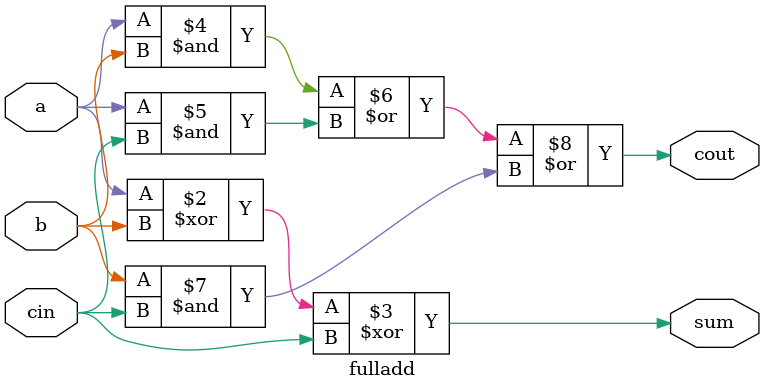
<source format=v>
module fulladd(
	input a, b, cin,
	output reg sum, cout
);
	always @(a or b or cin)
	begin
		sum = a ^ b ^ cin;
		cout = (a & b) | (a & cin) | (b & cin);
	end
endmodule
</source>
